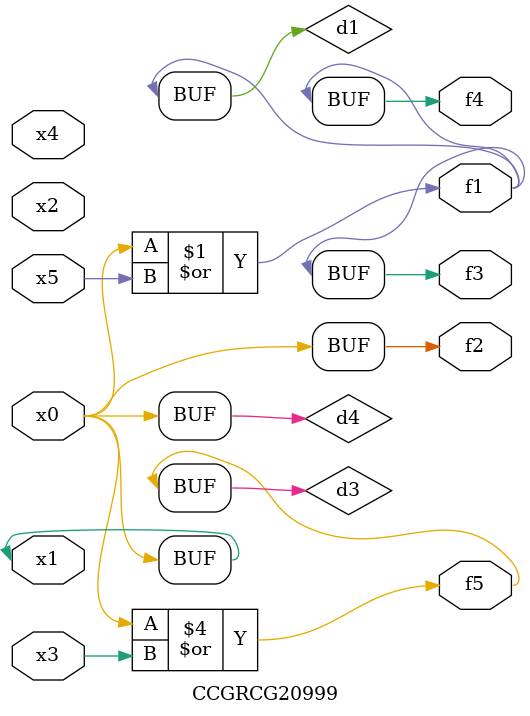
<source format=v>
module CCGRCG20999(
	input x0, x1, x2, x3, x4, x5,
	output f1, f2, f3, f4, f5
);

	wire d1, d2, d3, d4;

	or (d1, x0, x5);
	xnor (d2, x1, x4);
	or (d3, x0, x3);
	buf (d4, x0, x1);
	assign f1 = d1;
	assign f2 = d4;
	assign f3 = d1;
	assign f4 = d1;
	assign f5 = d3;
endmodule

</source>
